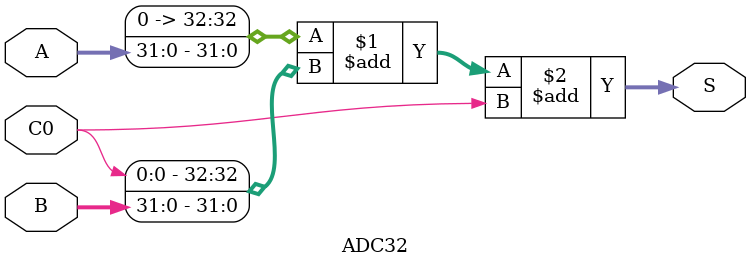
<source format=v>
`timescale 1ns / 1ps
module ADC32(input [31:0] A, 			//´ø½øÎ»µÄ32Î»¼Ó¼õÆ÷£¬¿¼ÂÇÎÞ·ûºÅÊý¼æÈÝ¡£ÔÚÉè¼ÆALUµÄsltÖ¸ÁîÉÏÓÐÇø±ð
				 input [31:0] B, 
				 input C0,		//×îµÍ½øÎ»ÊäÈë
				 output [32:0] S	//ÐÞ¸ÄÂß¼­·ûºÅ£¬½«½øÎ»·Ö¿ª

				  );
				  

	//wire B_Notation = C0 ^ 1'b0;	  //C0Îª1Ê±Îª¼õ·¨¡£

	assign S = {1'b0,A} + {C0,B} + C0;
endmodule

</source>
